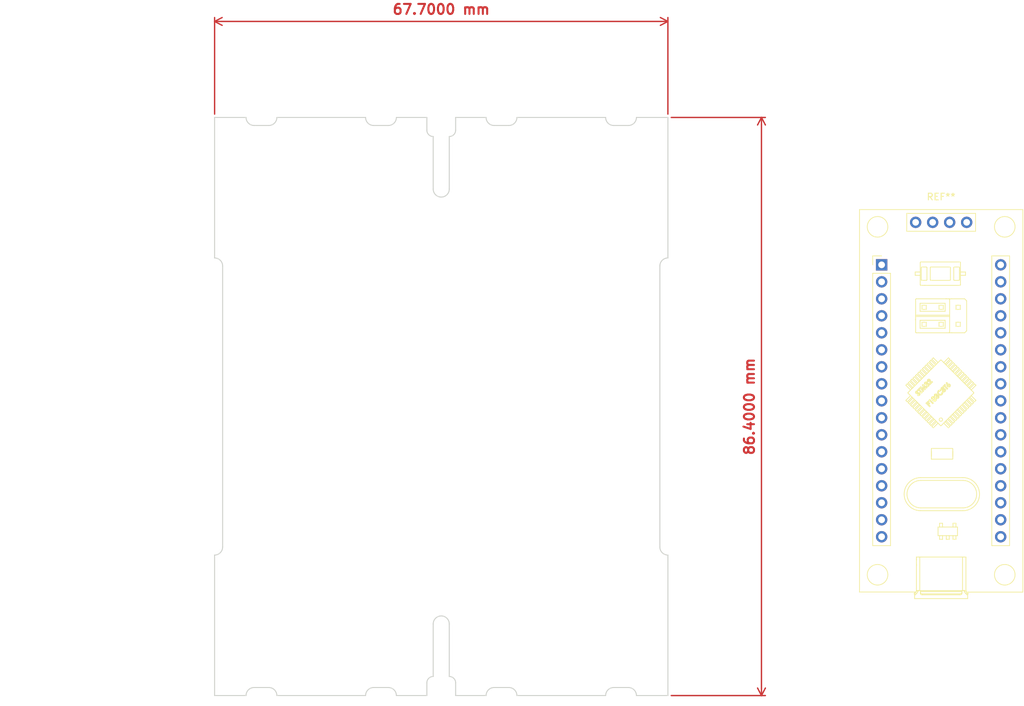
<source format=kicad_pcb>
(kicad_pcb (version 20240108) (generator "pcbnew") (generator_version "8.0")
  (layers (0 "F.Cu" signal) (31 "B.Cu" signal) (34 "B.Paste" user) (35 "F.Paste" user) (36 "B.SilkS" user "B.Silkscreen") (37 "F.SilkS" user "F.Silkscreen") (38 "B.Mask" user) (39 "F.Mask" user) (44 "Edge.Cuts" user))
  (net 0 "")
  (footprint "STM-32:YAAJ_BlackPill_SWD_1" (layer "F.Cu") (at 217.57 73.475)
    (property "Reference" "REF**" (at 8.89 -10.16 0) (layer "F.SilkS"))
    (property "Value" "BlackPill" (hide yes))
    (pad "1" thru_hole rect (at 0 0) (size 1.7 1.7) (drill 1) (layers "*.Cu" "*.Mask"))
    (pad "2" thru_hole circle (at 0 2.54) (size 1.7 1.7) (drill 1) (layers "*.Cu" "*.Mask"))
    (pad "3" thru_hole circle (at 0 5.08) (size 1.7 1.7) (drill 1) (layers "*.Cu" "*.Mask"))
    (pad "4" thru_hole circle (at 0 7.62) (size 1.7 1.7) (drill 1) (layers "*.Cu" "*.Mask"))
    (pad "5" thru_hole circle (at 0 10.16) (size 1.7 1.7) (drill 1) (layers "*.Cu" "*.Mask"))
    (pad "6" thru_hole circle (at 0 12.7) (size 1.7 1.7) (drill 1) (layers "*.Cu" "*.Mask"))
    (pad "7" thru_hole circle (at 0 15.24) (size 1.7 1.7) (drill 1) (layers "*.Cu" "*.Mask"))
    (pad "8" thru_hole circle (at 0 17.78) (size 1.7 1.7) (drill 1) (layers "*.Cu" "*.Mask"))
    (pad "9" thru_hole circle (at 0 20.32) (size 1.7 1.7) (drill 1) (layers "*.Cu" "*.Mask"))
    (pad "10" thru_hole circle (at 0 22.86) (size 1.7 1.7) (drill 1) (layers "*.Cu" "*.Mask"))
    (pad "11" thru_hole circle (at 0 25.4) (size 1.7 1.7) (drill 1) (layers "*.Cu" "*.Mask"))
    (pad "12" thru_hole circle (at 0 27.94) (size 1.7 1.7) (drill 1) (layers "*.Cu" "*.Mask"))
    (pad "13" thru_hole circle (at 0 30.48) (size 1.7 1.7) (drill 1) (layers "*.Cu" "*.Mask"))
    (pad "14" thru_hole circle (at 0 33.02) (size 1.7 1.7) (drill 1) (layers "*.Cu" "*.Mask"))
    (pad "15" thru_hole circle (at 0 35.56) (size 1.7 1.7) (drill 1) (layers "*.Cu" "*.Mask"))
    (pad "16" thru_hole circle (at 0 38.1) (size 1.7 1.7) (drill 1) (layers "*.Cu" "*.Mask"))
    (pad "17" thru_hole circle (at 0 40.64) (size 1.7 1.7) (drill 1) (layers "*.Cu" "*.Mask"))
    (pad "18" thru_hole circle (at 17.78 40.64) (size 1.7 1.7) (drill 1) (layers "*.Cu" "*.Mask"))
    (pad "19" thru_hole circle (at 17.78 38.1) (size 1.7 1.7) (drill 1) (layers "*.Cu" "*.Mask"))
    (pad "20" thru_hole circle (at 17.78 35.56) (size 1.7 1.7) (drill 1) (layers "*.Cu" "*.Mask"))
    (pad "21" thru_hole circle (at 17.78 33.02) (size 1.7 1.7) (drill 1) (layers "*.Cu" "*.Mask"))
    (pad "22" thru_hole circle (at 17.78 30.48) (size 1.7 1.7) (drill 1) (layers "*.Cu" "*.Mask"))
    (pad "23" thru_hole circle (at 17.78 27.94) (size 1.7 1.7) (drill 1) (layers "*.Cu" "*.Mask"))
    (pad "24" thru_hole circle (at 17.78 25.4) (size 1.7 1.7) (drill 1) (layers "*.Cu" "*.Mask"))
    (pad "25" thru_hole circle (at 17.78 22.86) (size 1.7 1.7) (drill 1) (layers "*.Cu" "*.Mask"))
    (pad "26" thru_hole circle (at 17.78 20.32) (size 1.7 1.7) (drill 1) (layers "*.Cu" "*.Mask"))
    (pad "27" thru_hole circle (at 17.78 17.78) (size 1.7 1.7) (drill 1) (layers "*.Cu" "*.Mask"))
    (pad "28" thru_hole circle (at 17.78 15.24) (size 1.7 1.7) (drill 1) (layers "*.Cu" "*.Mask"))
    (pad "29" thru_hole circle (at 17.78 12.7) (size 1.7 1.7) (drill 1) (layers "*.Cu" "*.Mask"))
    (pad "30" thru_hole circle (at 17.78 10.16) (size 1.7 1.7) (drill 1) (layers "*.Cu" "*.Mask"))
    (pad "31" thru_hole circle (at 17.78 7.62) (size 1.7 1.7) (drill 1) (layers "*.Cu" "*.Mask"))
    (pad "32" thru_hole circle (at 17.78 5.08) (size 1.7 1.7) (drill 1) (layers "*.Cu" "*.Mask"))
    (pad "33" thru_hole circle (at 17.78 2.54) (size 1.7 1.7) (drill 1) (layers "*.Cu" "*.Mask"))
    (pad "34" thru_hole circle (at 17.78 0) (size 1.7 1.7) (drill 1) (layers "*.Cu" "*.Mask"))
    (pad "35" thru_hole circle (at 12.7 -6.35) (size 1.7 1.7) (drill 1) (layers "*.Cu" "*.Mask"))
    (pad "36" thru_hole circle (at 10.16 -6.35) (size 1.7 1.7) (drill 1) (layers "*.Cu" "*.Mask"))
    (pad "37" thru_hole circle (at 7.62 -6.35) (size 1.7 1.7) (drill 1) (layers "*.Cu" "*.Mask"))
    (pad "38" thru_hole circle (at 5.08 -6.35) (size 1.7 1.7) (drill 1) (layers "*.Cu" "*.Mask"))
  )
  (gr_line (start 122.65 137.85) (end 117.95 137.85) (stroke (width 0.15)) (layer "Edge.Cuts"))
  (gr_line (start 149.65 137.85) (end 145.1 137.85) (stroke (width 0.15)) (layer "Edge.Cuts"))
  (gr_arc (start 179.75 136.65) (mid 180.598528 137.001472) (end 180.95 137.85) (stroke (width 0.15)) (layer "Edge.Cuts"))
  (gr_line (start 150.6 62.15) (end 150.6 54.3) (stroke (width 0.15)) (layer "Edge.Cuts"))
  (gr_line (start 179.75 136.65) (end 177.55 136.65) (stroke (width 0.15)) (layer "Edge.Cuts"))
  (gr_line (start 119.15 115.65) (end 119.15 73.65) (stroke (width 0.15)) (layer "Edge.Cuts"))
  (gr_line (start 153.95 137.85) (end 158.5 137.85) (stroke (width 0.15)) (layer "Edge.Cuts"))
  (gr_line (start 149.65 53.35) (end 149.65 51.45) (stroke (width 0.15)) (layer "Edge.Cuts"))
  (gr_arc (start 150.6 127.15) (mid 151.8 125.95) (end 153 127.15) (stroke (width 0.15)) (layer "Edge.Cuts"))
  (gr_line (start 153.95 53.35) (end 153.95 51.45) (stroke (width 0.15)) (layer "Edge.Cuts"))
  (gr_line (start 140.5 51.45) (end 127.25 51.45) (stroke (width 0.15)) (layer "Edge.Cuts"))
  (gr_line (start 122.65 51.45) (end 117.95 51.45) (stroke (width 0.15)) (layer "Edge.Cuts"))
  (gr_arc (start 176.35 137.85) (mid 176.701472 137.001472) (end 177.55 136.65) (stroke (width 0.15)) (layer "Edge.Cuts"))
  (gr_arc (start 153 135) (mid 153.671751 135.278249) (end 153.95 135.95) (stroke (width 0.15)) (layer "Edge.Cuts"))
  (gr_arc (start 122.65 137.85) (mid 123.001472 137.001472) (end 123.85 136.65) (stroke (width 0.15)) (layer "Edge.Cuts"))
  (gr_arc (start 117.95 72.45) (mid 118.798528 72.801472) (end 119.15 73.65) (stroke (width 0.15)) (layer "Edge.Cuts"))
  (gr_arc (start 140.5 137.85) (mid 140.851472 137.001472) (end 141.7 136.65) (stroke (width 0.15)) (layer "Edge.Cuts"))
  (gr_arc (start 180.95 51.45) (mid 180.598528 52.298528) (end 179.75 52.65) (stroke (width 0.15)) (layer "Edge.Cuts"))
  (gr_line (start 117.95 72.45) (end 117.95 51.45) (stroke (width 0.15)) (layer "Edge.Cuts"))
  (gr_line (start 149.65 51.45) (end 145.1 51.45) (stroke (width 0.15)) (layer "Edge.Cuts"))
  (gr_line (start 149.65 135.95) (end 149.65 137.85) (stroke (width 0.15)) (layer "Edge.Cuts"))
  (gr_arc (start 150.6 54.3) (mid 149.928249 54.021751) (end 149.65 53.35) (stroke (width 0.15)) (layer "Edge.Cuts"))
  (gr_arc (start 185.65 116.85) (mid 184.801472 116.498528) (end 184.45 115.65) (stroke (width 0.15)) (layer "Edge.Cuts"))
  (gr_arc (start 143.9 136.65) (mid 144.748528 137.001472) (end 145.1 137.85) (stroke (width 0.15)) (layer "Edge.Cuts"))
  (gr_line (start 159.7 52.65) (end 161.9 52.65) (stroke (width 0.15)) (layer "Edge.Cuts"))
  (gr_arc (start 161.9 136.65) (mid 162.748528 137.001472) (end 163.1 137.85) (stroke (width 0.15)) (layer "Edge.Cuts"))
  (gr_line (start 123.85 52.65) (end 126.05 52.65) (stroke (width 0.15)) (layer "Edge.Cuts"))
  (gr_line (start 180.95 137.85) (end 185.65 137.85) (stroke (width 0.15)) (layer "Edge.Cuts"))
  (gr_line (start 126.05 136.65) (end 123.85 136.65) (stroke (width 0.15)) (layer "Edge.Cuts"))
  (gr_line (start 153 54.3) (end 153 62.15) (stroke (width 0.15)) (layer "Edge.Cuts"))
  (gr_line (start 163.1 51.45) (end 176.35 51.45) (stroke (width 0.15)) (layer "Edge.Cuts"))
  (gr_line (start 117.95 116.85) (end 117.95 137.85) (stroke (width 0.15)) (layer "Edge.Cuts"))
  (gr_arc (start 145.1 51.45) (mid 144.748528 52.298528) (end 143.9 52.65) (stroke (width 0.15)) (layer "Edge.Cuts"))
  (gr_arc (start 184.45 73.65) (mid 184.801472 72.801472) (end 185.65 72.45) (stroke (width 0.15)) (layer "Edge.Cuts"))
  (gr_line (start 177.55 52.65) (end 179.75 52.65) (stroke (width 0.15)) (layer "Edge.Cuts"))
  (gr_line (start 143.9 136.65) (end 141.7 136.65) (stroke (width 0.15)) (layer "Edge.Cuts"))
  (gr_line (start 153.95 51.45) (end 158.5 51.45) (stroke (width 0.15)) (layer "Edge.Cuts"))
  (gr_arc (start 123.85 52.65) (mid 123.001472 52.298528) (end 122.65 51.45) (stroke (width 0.15)) (layer "Edge.Cuts"))
  (gr_arc (start 149.65 135.95) (mid 149.928249 135.278249) (end 150.6 135) (stroke (width 0.15)) (layer "Edge.Cuts"))
  (gr_arc (start 127.25 51.45) (mid 126.898528 52.298528) (end 126.05 52.65) (stroke (width 0.15)) (layer "Edge.Cuts"))
  (gr_line (start 141.7 52.65) (end 143.9 52.65) (stroke (width 0.15)) (layer "Edge.Cuts"))
  (gr_arc (start 158.5 137.85) (mid 158.851472 137.001472) (end 159.7 136.65) (stroke (width 0.15)) (layer "Edge.Cuts"))
  (gr_line (start 163.1 137.85) (end 176.35 137.85) (stroke (width 0.15)) (layer "Edge.Cuts"))
  (gr_arc (start 163.1 51.45) (mid 162.748528 52.298528) (end 161.9 52.65) (stroke (width 0.15)) (layer "Edge.Cuts"))
  (gr_arc (start 159.7 52.65) (mid 158.851472 52.298528) (end 158.5 51.45) (stroke (width 0.15)) (layer "Edge.Cuts"))
  (gr_arc (start 153.95 53.35) (mid 153.671751 54.021751) (end 153 54.3) (stroke (width 0.15)) (layer "Edge.Cuts"))
  (gr_line (start 150.6 135) (end 150.6 127.15) (stroke (width 0.15)) (layer "Edge.Cuts"))
  (gr_arc (start 126.05 136.65) (mid 126.898528 137.001472) (end 127.25 137.85) (stroke (width 0.15)) (layer "Edge.Cuts"))
  (gr_line (start 184.45 73.65) (end 184.45 115.65) (stroke (width 0.15)) (layer "Edge.Cuts"))
  (gr_line (start 185.65 72.45) (end 185.65 51.45) (stroke (width 0.15)) (layer "Edge.Cuts"))
  (gr_line (start 127.25 137.85) (end 140.5 137.85) (stroke (width 0.15)) (layer "Edge.Cuts"))
  (gr_arc (start 177.55 52.65) (mid 176.701472 52.298528) (end 176.35 51.45) (stroke (width 0.15)) (layer "Edge.Cuts"))
  (gr_arc (start 141.7 52.65) (mid 140.851472 52.298528) (end 140.5 51.45) (stroke (width 0.15)) (layer "Edge.Cuts"))
  (gr_line (start 185.65 116.85) (end 185.65 137.85) (stroke (width 0.15)) (layer "Edge.Cuts"))
  (gr_arc (start 119.15 115.65) (mid 118.798528 116.498528) (end 117.95 116.85) (stroke (width 0.15)) (layer "Edge.Cuts"))
  (gr_line (start 153.95 135.95) (end 153.95 137.85) (stroke (width 0.15)) (layer "Edge.Cuts"))
  (gr_line (start 153 127.15) (end 153 135) (stroke (width 0.15)) (layer "Edge.Cuts"))
  (gr_line (start 180.95 51.45) (end 185.65 51.45) (stroke (width 0.15)) (layer "Edge.Cuts"))
  (gr_arc (start 153 62.15) (mid 151.8 63.35) (end 150.6 62.15) (stroke (width 0.15)) (layer "Edge.Cuts"))
  (gr_line (start 161.9 136.65) (end 159.7 136.65) (stroke (width 0.15)) (layer "Edge.Cuts"))
  (dimension (type aligned) (layer "F.Cu") (pts (xy 185.65 51.45) (xy 117.95 51.45)) (height 14.35) (gr_text "67.7000 mm" (at 151.8 35.3 0) (layer "F.Cu") (effects (font (size 1.5 1.5) (thickness 0.3)))) (format (prefix "") (suffix "") (units 3) (units_format 1) (precision 4)) (style (thickness 0.2) (arrow_length 1.27) (text_position_mode 0) (extension_height 0.58642) (extension_offset 0.5) keep_text_aligned))
  (dimension (type aligned) (layer "F.Cu") (pts (xy 185.65 51.45) (xy 185.65 137.85)) (height -13.975) (gr_text "86.4000 mm" (at 197.825 94.65 90) (layer "F.Cu") (effects (font (size 1.5 1.5) (thickness 0.3)))) (format (prefix "") (suffix "") (units 3) (units_format 1) (precision 4)) (style (thickness 0.2) (arrow_length 1.27) (text_position_mode 0) (extension_height 0.58642) (extension_offset 0.5) keep_text_aligned))
)
</source>
